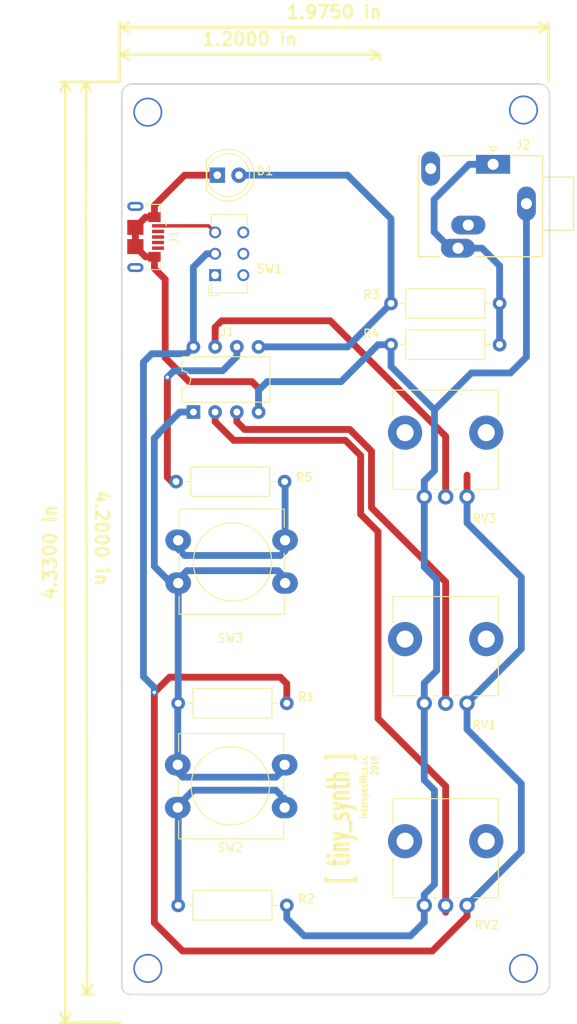
<source format=kicad_pcb>
(kicad_pcb (version 20171130) (host pcbnew "(5.0.0)")

  (general
    (thickness 1.6)
    (drawings 14)
    (tracks 168)
    (zones 0)
    (modules 15)
    (nets 17)
  )

  (page A4)
  (layers
    (0 F.Cu signal)
    (31 B.Cu signal)
    (32 B.Adhes user)
    (33 F.Adhes user)
    (34 B.Paste user)
    (35 F.Paste user)
    (36 B.SilkS user)
    (37 F.SilkS user)
    (38 B.Mask user)
    (39 F.Mask user)
    (40 Dwgs.User user)
    (41 Cmts.User user)
    (42 Eco1.User user)
    (43 Eco2.User user)
    (44 Edge.Cuts user)
    (45 Margin user)
    (46 B.CrtYd user)
    (47 F.CrtYd user)
    (48 B.Fab user)
    (49 F.Fab user)
  )

  (setup
    (last_trace_width 0.8)
    (trace_clearance 0.2)
    (zone_clearance 0.508)
    (zone_45_only no)
    (trace_min 0.2)
    (segment_width 0.2)
    (edge_width 0.15)
    (via_size 0.8)
    (via_drill 0.4)
    (via_min_size 0.4)
    (via_min_drill 0.3)
    (uvia_size 0.3)
    (uvia_drill 0.1)
    (uvias_allowed no)
    (uvia_min_size 0.2)
    (uvia_min_drill 0.1)
    (pcb_text_width 0.3)
    (pcb_text_size 1.5 1.5)
    (mod_edge_width 0.15)
    (mod_text_size 1 1)
    (mod_text_width 0.15)
    (pad_size 1.524 1.524)
    (pad_drill 0.762)
    (pad_to_mask_clearance 0.2)
    (aux_axis_origin 0 0)
    (visible_elements 7FFFFFFF)
    (pcbplotparams
      (layerselection 0x010fc_ffffffff)
      (usegerberextensions false)
      (usegerberattributes false)
      (usegerberadvancedattributes false)
      (creategerberjobfile false)
      (excludeedgelayer true)
      (linewidth 0.100000)
      (plotframeref false)
      (viasonmask false)
      (mode 1)
      (useauxorigin false)
      (hpglpennumber 1)
      (hpglpenspeed 20)
      (hpglpendiameter 15.000000)
      (psnegative false)
      (psa4output false)
      (plotreference true)
      (plotvalue true)
      (plotinvisibletext false)
      (padsonsilk false)
      (subtractmaskfromsilk false)
      (outputformat 1)
      (mirror false)
      (drillshape 1)
      (scaleselection 1)
      (outputdirectory ""))
  )

  (net 0 "")
  (net 1 GND)
  (net 2 P5)
  (net 3 "Net-(J1-Pad2)")
  (net 4 "Net-(J1-Pad1)")
  (net 5 "Net-(J1-Pad4)")
  (net 6 "Net-(J1-Pad3)")
  (net 7 P1)
  (net 8 V_IN)
  (net 9 "Net-(R2-Pad1)")
  (net 10 "Net-(J2-PadR)")
  (net 11 "Net-(R5-Pad1)")
  (net 12 P6)
  (net 13 "Net-(RV1-Pad2)")
  (net 14 "Net-(RV2-Pad2)")
  (net 15 "Net-(RV3-Pad2)")
  (net 16 "Net-(SW1-Pad1)")

  (net_class Default "Esta es la clase de red por defecto."
    (clearance 0.2)
    (trace_width 0.8)
    (via_dia 0.8)
    (via_drill 0.4)
    (uvia_dia 0.3)
    (uvia_drill 0.1)
    (add_net GND)
    (add_net "Net-(J1-Pad2)")
    (add_net "Net-(J1-Pad3)")
    (add_net "Net-(J1-Pad4)")
    (add_net "Net-(J2-PadR)")
    (add_net "Net-(R2-Pad1)")
    (add_net "Net-(R5-Pad1)")
    (add_net "Net-(RV1-Pad2)")
    (add_net "Net-(RV2-Pad2)")
    (add_net "Net-(RV3-Pad2)")
    (add_net "Net-(SW1-Pad1)")
    (add_net P1)
    (add_net P5)
    (add_net P6)
    (add_net V_IN)
  )

  (net_class vIN ""
    (clearance 0.2)
    (trace_width 0.4)
    (via_dia 0.8)
    (via_drill 0.4)
    (uvia_dia 0.3)
    (uvia_drill 0.1)
    (add_net "Net-(J1-Pad1)")
  )

  (module teensy:StereoJack_3.5mm_Switch_Ledino_KB3SPRS_Horizontal_TRS (layer F.Cu) (tedit 5C5AE528) (tstamp 5C683BE5)
    (at 164.338 47.752 180)
    (descr https://www.reichelt.de/index.html?ACTION=7&LA=3&OPEN=0&INDEX=0&FILENAME=C160%252FKB3SPRS.pdf)
    (tags "jack stereo TRS")
    (path /5C2FAF40)
    (fp_text reference J2 (at -3.5 2.3 180) (layer F.SilkS)
      (effects (font (size 1 1) (thickness 0.15)))
    )
    (fp_text value AudioJack3_Ground (at 2.3 -12.2 180) (layer F.Fab)
      (effects (font (size 1 1) (thickness 0.15)))
    )
    (fp_circle (center 0.1 -1.75) (end 0.4 -1.55) (layer F.Fab) (width 0.12))
    (fp_line (start 9.1 2) (end 9.1 -11.4) (layer F.CrtYd) (width 0.05))
    (fp_line (start -9.8 -11.4) (end -9.8 2) (layer F.CrtYd) (width 0.05))
    (fp_line (start -9.4 -1.5) (end -5.8 -1.5) (layer F.SilkS) (width 0.15))
    (fp_line (start -9.4 -7.7) (end -9.4 -1.5) (layer F.SilkS) (width 0.15))
    (fp_line (start -5.8 -7.7) (end -9.4 -7.7) (layer F.SilkS) (width 0.15))
    (fp_line (start -5.8 1) (end -5.8 -10.8) (layer F.SilkS) (width 0.15))
    (fp_line (start -2.25 1) (end -5.8 1) (layer F.SilkS) (width 0.15))
    (fp_line (start 6 1) (end 2.25 1) (layer F.SilkS) (width 0.15))
    (fp_line (start 8.7 1) (end 8.6 1) (layer F.SilkS) (width 0.15))
    (fp_line (start 8.7 -10.8) (end 8.7 1) (layer F.SilkS) (width 0.15))
    (fp_line (start 6.3 -10.8) (end 8.7 -10.8) (layer F.SilkS) (width 0.15))
    (fp_line (start -5.8 -10.8) (end 1.95 -10.8) (layer F.SilkS) (width 0.15))
    (fp_line (start 9.1 -11.4) (end -9.8 -11.4) (layer F.CrtYd) (width 0.05))
    (fp_line (start -9.8 2) (end 9.1 2) (layer F.CrtYd) (width 0.05))
    (fp_line (start 8.6 -10.7) (end -5.7 -10.7) (layer F.Fab) (width 0.1))
    (fp_line (start 8.6 0.9) (end 8.6 -10.7) (layer F.Fab) (width 0.1))
    (fp_line (start -5.7 0.9) (end 8.6 0.9) (layer F.Fab) (width 0.1))
    (fp_line (start -5.7 -10.7) (end -5.7 0.9) (layer F.Fab) (width 0.1))
    (fp_line (start -9.3 -7.6) (end -5.7 -7.6) (layer F.Fab) (width 0.1))
    (fp_line (start -9.3 -1.6) (end -5.7 -1.6) (layer F.Fab) (width 0.1))
    (fp_line (start -9.3 -7.6) (end -9.3 -1.6) (layer F.Fab) (width 0.1))
    (fp_line (start 0 1.5) (end -0.5 2.05) (layer F.SilkS) (width 0.12))
    (fp_line (start -0.5 2.05) (end 0.5 2.05) (layer F.SilkS) (width 0.12))
    (fp_line (start 0.5 2.05) (end 0 1.5) (layer F.SilkS) (width 0.12))
    (fp_text user %R (at 2.7 -4.6 180) (layer F.Fab)
      (effects (font (size 1 1) (thickness 0.15)))
    )
    (pad S thru_hole oval (at -3.9 -4.6 180) (size 2.2 4) (drill 1.3) (layers *.Cu *.Mask)
      (net 1 GND))
    (pad T thru_hole oval (at 4.1 -9.8 180) (size 4 2.2) (drill 1.3) (layers *.Cu *.Mask)
      (net 10 "Net-(J2-PadR)"))
    (pad 5 thru_hole oval (at 2.9 -7.1 180) (size 4 2.2) (drill 1.3) (layers *.Cu *.Mask))
    (pad 4 thru_hole oval (at 7.3 -0.5 270) (size 4 2.2) (drill 1.3) (layers *.Cu *.Mask))
    (pad R thru_hole rect (at 0 0 180) (size 4 2.2) (drill 1.3) (layers *.Cu *.Mask)
      (net 10 "Net-(J2-PadR)"))
    (model ${KISYS3DMOD}/Connector_Audio.3dshapes/StereoJack_3.5mm_Switch_Ledino_KB3SPRS_Horizontal.wrl
      (at (xyz 0 0 0))
      (scale (xyz 1 1 1))
      (rotate (xyz 0 0 0))
    )
  )

  (module LED_THT:LED_D5.0mm_FlatTop (layer F.Cu) (tedit 5880A862) (tstamp 5C683B9B)
    (at 132.08 49.022)
    (descr "LED, Round, FlatTop, diameter 5.0mm, 2 pins, http://www.kingbright.com/attachments/file/psearch/000/00/00/L-483GDT(Ver.15B).pdf")
    (tags "LED Round FlatTop diameter 5.0mm 2 pins")
    (path /5C2FABCA)
    (fp_text reference D1 (at 5.588 -0.508) (layer F.SilkS)
      (effects (font (size 1 1) (thickness 0.15)))
    )
    (fp_text value LED (at 6.096 1.27) (layer F.Fab)
      (effects (font (size 1 1) (thickness 0.15)))
    )
    (fp_arc (start 1.27 0) (end -1.23 -1.566046) (angle 295.9) (layer F.Fab) (width 0.1))
    (fp_arc (start 1.27 0) (end -1.29 -1.639512) (angle 147.4) (layer F.SilkS) (width 0.12))
    (fp_arc (start 1.27 0) (end -1.29 1.639512) (angle -147.4) (layer F.SilkS) (width 0.12))
    (fp_circle (center 1.27 0) (end 3.77 0) (layer F.Fab) (width 0.1))
    (fp_circle (center 1.27 0) (end 3.77 0) (layer F.SilkS) (width 0.12))
    (fp_line (start -1.23 -1.566046) (end -1.23 1.566046) (layer F.Fab) (width 0.1))
    (fp_line (start -1.29 -1.64) (end -1.29 1.64) (layer F.SilkS) (width 0.12))
    (fp_line (start -2 -3.3) (end -2 3.3) (layer F.CrtYd) (width 0.05))
    (fp_line (start -2 3.3) (end 4.55 3.3) (layer F.CrtYd) (width 0.05))
    (fp_line (start 4.55 3.3) (end 4.55 -3.3) (layer F.CrtYd) (width 0.05))
    (fp_line (start 4.55 -3.3) (end -2 -3.3) (layer F.CrtYd) (width 0.05))
    (pad 1 thru_hole rect (at 0 0) (size 1.8 1.8) (drill 0.9) (layers *.Cu *.Mask)
      (net 1 GND))
    (pad 2 thru_hole circle (at 2.54 0) (size 1.8 1.8) (drill 0.9) (layers *.Cu *.Mask)
      (net 2 P5))
    (model ${KISYS3DMOD}/LED_THT.3dshapes/LED_D5.0mm_FlatTop.wrl
      (at (xyz 0 0 0))
      (scale (xyz 1 1 1))
      (rotate (xyz 0 0 0))
    )
  )

  (module Connector_USB:USB_Micro-B_GCT_USB3076-30-A (layer F.Cu) (tedit 5A170D03) (tstamp 5C683BC2)
    (at 123.698 56.246 270)
    (descr "GCT Micro USB https://gct.co/files/drawings/usb3076.pdf")
    (tags "Micro-USB SMD Typ-B GCT")
    (path /5C2FAD2D)
    (attr smd)
    (fp_text reference J1 (at 0 -3.3 270) (layer F.SilkS)
      (effects (font (size 1 1) (thickness 0.15)))
    )
    (fp_text value USB_B_Micro (at 0 5.2 270) (layer F.Fab)
      (effects (font (size 1 1) (thickness 0.15)))
    )
    (fp_line (start -4.6 4.45) (end 4.6 4.45) (layer F.CrtYd) (width 0.05))
    (fp_line (start 4.6 -2.65) (end 4.6 4.45) (layer F.CrtYd) (width 0.05))
    (fp_line (start -4.6 -2.65) (end 4.6 -2.65) (layer F.CrtYd) (width 0.05))
    (fp_line (start -4.6 4.45) (end -4.6 -2.65) (layer F.CrtYd) (width 0.05))
    (fp_text user "PCB Edge" (at 0 2.65 270) (layer Dwgs.User)
      (effects (font (size 0.5 0.5) (thickness 0.08)))
    )
    (fp_line (start -3.81 -1.71) (end -3.15 -1.71) (layer F.SilkS) (width 0.12))
    (fp_line (start -3.81 0.02) (end -3.81 -1.71) (layer F.SilkS) (width 0.12))
    (fp_line (start 3.81 2.59) (end 3.81 2.38) (layer F.SilkS) (width 0.12))
    (fp_line (start 3.7 3.95) (end 3.7 -1.6) (layer F.Fab) (width 0.1))
    (fp_line (start -3 2.65) (end 3 2.65) (layer F.Fab) (width 0.1))
    (fp_line (start -3.7 3.95) (end 3.7 3.95) (layer F.Fab) (width 0.1))
    (fp_line (start -3.7 -1.6) (end 3.7 -1.6) (layer F.Fab) (width 0.1))
    (fp_line (start -3.7 3.95) (end -3.7 -1.6) (layer F.Fab) (width 0.1))
    (fp_line (start -3.81 2.59) (end -3.81 2.38) (layer F.SilkS) (width 0.12))
    (fp_line (start 3.81 0.02) (end 3.81 -1.71) (layer F.SilkS) (width 0.12))
    (fp_line (start 3.81 -1.71) (end 3.16 -1.71) (layer F.SilkS) (width 0.12))
    (fp_text user %R (at 0 0.85 270) (layer F.Fab)
      (effects (font (size 1 1) (thickness 0.15)))
    )
    (fp_line (start -1.76 -2.41) (end -1.31 -2.41) (layer F.SilkS) (width 0.12))
    (fp_line (start -1.76 -2.41) (end -1.76 -2.02) (layer F.SilkS) (width 0.12))
    (fp_line (start -1.3 -1.75) (end -1.5 -1.95) (layer F.Fab) (width 0.1))
    (fp_line (start -1.1 -1.95) (end -1.3 -1.75) (layer F.Fab) (width 0.1))
    (fp_line (start -1.5 -2.16) (end -1.1 -2.16) (layer F.Fab) (width 0.1))
    (fp_line (start -1.5 -2.16) (end -1.5 -1.95) (layer F.Fab) (width 0.1))
    (fp_line (start -1.1 -2.16) (end -1.1 -1.95) (layer F.Fab) (width 0.1))
    (pad 6 smd rect (at 1.125 1.2 270) (size 1.75 1.9) (layers F.Cu F.Paste F.Mask)
      (net 1 GND))
    (pad 2 smd rect (at -0.65 -1.45 270) (size 0.4 1.4) (layers F.Cu F.Paste F.Mask)
      (net 3 "Net-(J1-Pad2)"))
    (pad 1 smd rect (at -1.3 -1.45 270) (size 0.4 1.4) (layers F.Cu F.Paste F.Mask)
      (net 4 "Net-(J1-Pad1)"))
    (pad 5 smd rect (at 1.3 -1.45 270) (size 0.4 1.4) (layers F.Cu F.Paste F.Mask)
      (net 1 GND))
    (pad 4 smd rect (at 0.65 -1.45 270) (size 0.4 1.4) (layers F.Cu F.Paste F.Mask)
      (net 5 "Net-(J1-Pad4)"))
    (pad 3 smd rect (at 0 -1.45 270) (size 0.4 1.4) (layers F.Cu F.Paste F.Mask)
      (net 6 "Net-(J1-Pad3)"))
    (pad 6 smd rect (at -1.125 1.2 270) (size 1.75 1.9) (layers F.Cu F.Paste F.Mask)
      (net 1 GND))
    (pad 6 thru_hole oval (at -3.575 1.2 90) (size 1.05 1.9) (drill oval 0.45 1.25) (layers *.Cu *.Mask)
      (net 1 GND))
    (pad 6 thru_hole oval (at 3.575 1.2 270) (size 1.05 1.9) (drill oval 0.45 1.25) (layers *.Cu *.Mask)
      (net 1 GND))
    (pad 6 smd rect (at 2.32 -1.03 270) (size 1.15 1.45) (layers F.Cu F.Paste F.Mask)
      (net 1 GND))
    (pad 6 smd rect (at -2.32 -1.03 270) (size 1.15 1.45) (layers F.Cu F.Paste F.Mask)
      (net 1 GND))
    (model ${KISYS3DMOD}/Connector_USB.3dshapes/USB_Micro-B_GCT_USB3076-30-A.wrl
      (at (xyz 0 0 0))
      (scale (xyz 1 1 1))
      (rotate (xyz 0 0 0))
    )
  )

  (module Resistor_THT:R_Axial_DIN0309_L9.0mm_D3.2mm_P12.70mm_Horizontal (layer F.Cu) (tedit 5AE5139B) (tstamp 5C683BFC)
    (at 140.208 110.744 180)
    (descr "Resistor, Axial_DIN0309 series, Axial, Horizontal, pin pitch=12.7mm, 0.5W = 1/2W, length*diameter=9*3.2mm^2, http://cdn-reichelt.de/documents/datenblatt/B400/1_4W%23YAG.pdf")
    (tags "Resistor Axial_DIN0309 series Axial Horizontal pin pitch 12.7mm 0.5W = 1/2W length 9mm diameter 3.2mm")
    (path /5C2FA407)
    (fp_text reference R1 (at -2.286 0.762 180) (layer F.SilkS)
      (effects (font (size 1 1) (thickness 0.15)))
    )
    (fp_text value 47K (at -2.54 -0.762 180) (layer F.Fab)
      (effects (font (size 1 1) (thickness 0.15)))
    )
    (fp_line (start 1.85 -1.6) (end 1.85 1.6) (layer F.Fab) (width 0.1))
    (fp_line (start 1.85 1.6) (end 10.85 1.6) (layer F.Fab) (width 0.1))
    (fp_line (start 10.85 1.6) (end 10.85 -1.6) (layer F.Fab) (width 0.1))
    (fp_line (start 10.85 -1.6) (end 1.85 -1.6) (layer F.Fab) (width 0.1))
    (fp_line (start 0 0) (end 1.85 0) (layer F.Fab) (width 0.1))
    (fp_line (start 12.7 0) (end 10.85 0) (layer F.Fab) (width 0.1))
    (fp_line (start 1.73 -1.72) (end 1.73 1.72) (layer F.SilkS) (width 0.12))
    (fp_line (start 1.73 1.72) (end 10.97 1.72) (layer F.SilkS) (width 0.12))
    (fp_line (start 10.97 1.72) (end 10.97 -1.72) (layer F.SilkS) (width 0.12))
    (fp_line (start 10.97 -1.72) (end 1.73 -1.72) (layer F.SilkS) (width 0.12))
    (fp_line (start 1.04 0) (end 1.73 0) (layer F.SilkS) (width 0.12))
    (fp_line (start 11.66 0) (end 10.97 0) (layer F.SilkS) (width 0.12))
    (fp_line (start -1.05 -1.85) (end -1.05 1.85) (layer F.CrtYd) (width 0.05))
    (fp_line (start -1.05 1.85) (end 13.75 1.85) (layer F.CrtYd) (width 0.05))
    (fp_line (start 13.75 1.85) (end 13.75 -1.85) (layer F.CrtYd) (width 0.05))
    (fp_line (start 13.75 -1.85) (end -1.05 -1.85) (layer F.CrtYd) (width 0.05))
    (fp_text user %R (at 6.35 0 180) (layer F.Fab)
      (effects (font (size 1 1) (thickness 0.15)))
    )
    (pad 1 thru_hole circle (at 0 0 180) (size 1.6 1.6) (drill 0.8) (layers *.Cu *.Mask)
      (net 8 V_IN))
    (pad 2 thru_hole oval (at 12.7 0 180) (size 1.6 1.6) (drill 0.8) (layers *.Cu *.Mask)
      (net 7 P1))
    (model ${KISYS3DMOD}/Resistor_THT.3dshapes/R_Axial_DIN0309_L9.0mm_D3.2mm_P12.70mm_Horizontal.wrl
      (at (xyz 0 0 0))
      (scale (xyz 1 1 1))
      (rotate (xyz 0 0 0))
    )
  )

  (module Resistor_THT:R_Axial_DIN0309_L9.0mm_D3.2mm_P12.70mm_Horizontal (layer F.Cu) (tedit 5AE5139B) (tstamp 5C683C13)
    (at 127.508 134.366)
    (descr "Resistor, Axial_DIN0309 series, Axial, Horizontal, pin pitch=12.7mm, 0.5W = 1/2W, length*diameter=9*3.2mm^2, http://cdn-reichelt.de/documents/datenblatt/B400/1_4W%23YAG.pdf")
    (tags "Resistor Axial_DIN0309 series Axial Horizontal pin pitch 12.7mm 0.5W = 1/2W length 9mm diameter 3.2mm")
    (path /5C2FA3D3)
    (fp_text reference R2 (at 14.986 -0.762) (layer F.SilkS)
      (effects (font (size 1 1) (thickness 0.15)))
    )
    (fp_text value 47K (at 15.24 1.016) (layer F.Fab)
      (effects (font (size 1 1) (thickness 0.15)))
    )
    (fp_line (start 1.85 -1.6) (end 1.85 1.6) (layer F.Fab) (width 0.1))
    (fp_line (start 1.85 1.6) (end 10.85 1.6) (layer F.Fab) (width 0.1))
    (fp_line (start 10.85 1.6) (end 10.85 -1.6) (layer F.Fab) (width 0.1))
    (fp_line (start 10.85 -1.6) (end 1.85 -1.6) (layer F.Fab) (width 0.1))
    (fp_line (start 0 0) (end 1.85 0) (layer F.Fab) (width 0.1))
    (fp_line (start 12.7 0) (end 10.85 0) (layer F.Fab) (width 0.1))
    (fp_line (start 1.73 -1.72) (end 1.73 1.72) (layer F.SilkS) (width 0.12))
    (fp_line (start 1.73 1.72) (end 10.97 1.72) (layer F.SilkS) (width 0.12))
    (fp_line (start 10.97 1.72) (end 10.97 -1.72) (layer F.SilkS) (width 0.12))
    (fp_line (start 10.97 -1.72) (end 1.73 -1.72) (layer F.SilkS) (width 0.12))
    (fp_line (start 1.04 0) (end 1.73 0) (layer F.SilkS) (width 0.12))
    (fp_line (start 11.66 0) (end 10.97 0) (layer F.SilkS) (width 0.12))
    (fp_line (start -1.05 -1.85) (end -1.05 1.85) (layer F.CrtYd) (width 0.05))
    (fp_line (start -1.05 1.85) (end 13.75 1.85) (layer F.CrtYd) (width 0.05))
    (fp_line (start 13.75 1.85) (end 13.75 -1.85) (layer F.CrtYd) (width 0.05))
    (fp_line (start 13.75 -1.85) (end -1.05 -1.85) (layer F.CrtYd) (width 0.05))
    (fp_text user %R (at 6.35 0) (layer F.Fab)
      (effects (font (size 1 1) (thickness 0.15)))
    )
    (pad 1 thru_hole circle (at 0 0) (size 1.6 1.6) (drill 0.8) (layers *.Cu *.Mask)
      (net 9 "Net-(R2-Pad1)"))
    (pad 2 thru_hole oval (at 12.7 0) (size 1.6 1.6) (drill 0.8) (layers *.Cu *.Mask)
      (net 1 GND))
    (model ${KISYS3DMOD}/Resistor_THT.3dshapes/R_Axial_DIN0309_L9.0mm_D3.2mm_P12.70mm_Horizontal.wrl
      (at (xyz 0 0 0))
      (scale (xyz 1 1 1))
      (rotate (xyz 0 0 0))
    )
  )

  (module Resistor_THT:R_Axial_DIN0309_L9.0mm_D3.2mm_P12.70mm_Horizontal (layer F.Cu) (tedit 5AE5139B) (tstamp 5C683C2A)
    (at 152.4 64.008)
    (descr "Resistor, Axial_DIN0309 series, Axial, Horizontal, pin pitch=12.7mm, 0.5W = 1/2W, length*diameter=9*3.2mm^2, http://cdn-reichelt.de/documents/datenblatt/B400/1_4W%23YAG.pdf")
    (tags "Resistor Axial_DIN0309 series Axial Horizontal pin pitch 12.7mm 0.5W = 1/2W length 9mm diameter 3.2mm")
    (path /5C2FA491)
    (fp_text reference R3 (at -2.286 -1.016) (layer F.SilkS)
      (effects (font (size 1 1) (thickness 0.15)))
    )
    (fp_text value 2.2K (at -2.794 0.762) (layer F.Fab)
      (effects (font (size 1 1) (thickness 0.15)))
    )
    (fp_line (start 1.85 -1.6) (end 1.85 1.6) (layer F.Fab) (width 0.1))
    (fp_line (start 1.85 1.6) (end 10.85 1.6) (layer F.Fab) (width 0.1))
    (fp_line (start 10.85 1.6) (end 10.85 -1.6) (layer F.Fab) (width 0.1))
    (fp_line (start 10.85 -1.6) (end 1.85 -1.6) (layer F.Fab) (width 0.1))
    (fp_line (start 0 0) (end 1.85 0) (layer F.Fab) (width 0.1))
    (fp_line (start 12.7 0) (end 10.85 0) (layer F.Fab) (width 0.1))
    (fp_line (start 1.73 -1.72) (end 1.73 1.72) (layer F.SilkS) (width 0.12))
    (fp_line (start 1.73 1.72) (end 10.97 1.72) (layer F.SilkS) (width 0.12))
    (fp_line (start 10.97 1.72) (end 10.97 -1.72) (layer F.SilkS) (width 0.12))
    (fp_line (start 10.97 -1.72) (end 1.73 -1.72) (layer F.SilkS) (width 0.12))
    (fp_line (start 1.04 0) (end 1.73 0) (layer F.SilkS) (width 0.12))
    (fp_line (start 11.66 0) (end 10.97 0) (layer F.SilkS) (width 0.12))
    (fp_line (start -1.05 -1.85) (end -1.05 1.85) (layer F.CrtYd) (width 0.05))
    (fp_line (start -1.05 1.85) (end 13.75 1.85) (layer F.CrtYd) (width 0.05))
    (fp_line (start 13.75 1.85) (end 13.75 -1.85) (layer F.CrtYd) (width 0.05))
    (fp_line (start 13.75 -1.85) (end -1.05 -1.85) (layer F.CrtYd) (width 0.05))
    (fp_text user %R (at 6.35 0) (layer F.Fab)
      (effects (font (size 1 1) (thickness 0.15)))
    )
    (pad 1 thru_hole circle (at 0 0) (size 1.6 1.6) (drill 0.8) (layers *.Cu *.Mask)
      (net 2 P5))
    (pad 2 thru_hole oval (at 12.7 0) (size 1.6 1.6) (drill 0.8) (layers *.Cu *.Mask)
      (net 10 "Net-(J2-PadR)"))
    (model ${KISYS3DMOD}/Resistor_THT.3dshapes/R_Axial_DIN0309_L9.0mm_D3.2mm_P12.70mm_Horizontal.wrl
      (at (xyz 0 0 0))
      (scale (xyz 1 1 1))
      (rotate (xyz 0 0 0))
    )
  )

  (module Resistor_THT:R_Axial_DIN0309_L9.0mm_D3.2mm_P12.70mm_Horizontal (layer F.Cu) (tedit 5AE5139B) (tstamp 5C683C41)
    (at 165.1 68.834 180)
    (descr "Resistor, Axial_DIN0309 series, Axial, Horizontal, pin pitch=12.7mm, 0.5W = 1/2W, length*diameter=9*3.2mm^2, http://cdn-reichelt.de/documents/datenblatt/B400/1_4W%23YAG.pdf")
    (tags "Resistor Axial_DIN0309 series Axial Horizontal pin pitch 12.7mm 0.5W = 1/2W length 9mm diameter 3.2mm")
    (path /5C2FA4C5)
    (fp_text reference R4 (at 14.986 1.27 180) (layer F.SilkS)
      (effects (font (size 1 1) (thickness 0.15)))
    )
    (fp_text value 4.7K (at 15.494 -0.508 180) (layer F.Fab)
      (effects (font (size 1 1) (thickness 0.15)))
    )
    (fp_line (start 1.85 -1.6) (end 1.85 1.6) (layer F.Fab) (width 0.1))
    (fp_line (start 1.85 1.6) (end 10.85 1.6) (layer F.Fab) (width 0.1))
    (fp_line (start 10.85 1.6) (end 10.85 -1.6) (layer F.Fab) (width 0.1))
    (fp_line (start 10.85 -1.6) (end 1.85 -1.6) (layer F.Fab) (width 0.1))
    (fp_line (start 0 0) (end 1.85 0) (layer F.Fab) (width 0.1))
    (fp_line (start 12.7 0) (end 10.85 0) (layer F.Fab) (width 0.1))
    (fp_line (start 1.73 -1.72) (end 1.73 1.72) (layer F.SilkS) (width 0.12))
    (fp_line (start 1.73 1.72) (end 10.97 1.72) (layer F.SilkS) (width 0.12))
    (fp_line (start 10.97 1.72) (end 10.97 -1.72) (layer F.SilkS) (width 0.12))
    (fp_line (start 10.97 -1.72) (end 1.73 -1.72) (layer F.SilkS) (width 0.12))
    (fp_line (start 1.04 0) (end 1.73 0) (layer F.SilkS) (width 0.12))
    (fp_line (start 11.66 0) (end 10.97 0) (layer F.SilkS) (width 0.12))
    (fp_line (start -1.05 -1.85) (end -1.05 1.85) (layer F.CrtYd) (width 0.05))
    (fp_line (start -1.05 1.85) (end 13.75 1.85) (layer F.CrtYd) (width 0.05))
    (fp_line (start 13.75 1.85) (end 13.75 -1.85) (layer F.CrtYd) (width 0.05))
    (fp_line (start 13.75 -1.85) (end -1.05 -1.85) (layer F.CrtYd) (width 0.05))
    (fp_text user %R (at 6.35 0 180) (layer F.Fab)
      (effects (font (size 1 1) (thickness 0.15)))
    )
    (pad 1 thru_hole circle (at 0 0 180) (size 1.6 1.6) (drill 0.8) (layers *.Cu *.Mask)
      (net 10 "Net-(J2-PadR)"))
    (pad 2 thru_hole oval (at 12.7 0 180) (size 1.6 1.6) (drill 0.8) (layers *.Cu *.Mask)
      (net 1 GND))
    (model ${KISYS3DMOD}/Resistor_THT.3dshapes/R_Axial_DIN0309_L9.0mm_D3.2mm_P12.70mm_Horizontal.wrl
      (at (xyz 0 0 0))
      (scale (xyz 1 1 1))
      (rotate (xyz 0 0 0))
    )
  )

  (module Resistor_THT:R_Axial_DIN0309_L9.0mm_D3.2mm_P12.70mm_Horizontal (layer F.Cu) (tedit 5AE5139B) (tstamp 5C683C58)
    (at 139.954 84.836 180)
    (descr "Resistor, Axial_DIN0309 series, Axial, Horizontal, pin pitch=12.7mm, 0.5W = 1/2W, length*diameter=9*3.2mm^2, http://cdn-reichelt.de/documents/datenblatt/B400/1_4W%23YAG.pdf")
    (tags "Resistor Axial_DIN0309 series Axial Horizontal pin pitch 12.7mm 0.5W = 1/2W length 9mm diameter 3.2mm")
    (path /5C2FA44F)
    (fp_text reference R5 (at -2.286 0.508 180) (layer F.SilkS)
      (effects (font (size 1 1) (thickness 0.15)))
    )
    (fp_text value 47K (at -2.54 -1.016 180) (layer F.Fab)
      (effects (font (size 1 1) (thickness 0.15)))
    )
    (fp_text user %R (at 6.35 0 180) (layer F.Fab)
      (effects (font (size 1 1) (thickness 0.15)))
    )
    (fp_line (start 13.75 -1.85) (end -1.05 -1.85) (layer F.CrtYd) (width 0.05))
    (fp_line (start 13.75 1.85) (end 13.75 -1.85) (layer F.CrtYd) (width 0.05))
    (fp_line (start -1.05 1.85) (end 13.75 1.85) (layer F.CrtYd) (width 0.05))
    (fp_line (start -1.05 -1.85) (end -1.05 1.85) (layer F.CrtYd) (width 0.05))
    (fp_line (start 11.66 0) (end 10.97 0) (layer F.SilkS) (width 0.12))
    (fp_line (start 1.04 0) (end 1.73 0) (layer F.SilkS) (width 0.12))
    (fp_line (start 10.97 -1.72) (end 1.73 -1.72) (layer F.SilkS) (width 0.12))
    (fp_line (start 10.97 1.72) (end 10.97 -1.72) (layer F.SilkS) (width 0.12))
    (fp_line (start 1.73 1.72) (end 10.97 1.72) (layer F.SilkS) (width 0.12))
    (fp_line (start 1.73 -1.72) (end 1.73 1.72) (layer F.SilkS) (width 0.12))
    (fp_line (start 12.7 0) (end 10.85 0) (layer F.Fab) (width 0.1))
    (fp_line (start 0 0) (end 1.85 0) (layer F.Fab) (width 0.1))
    (fp_line (start 10.85 -1.6) (end 1.85 -1.6) (layer F.Fab) (width 0.1))
    (fp_line (start 10.85 1.6) (end 10.85 -1.6) (layer F.Fab) (width 0.1))
    (fp_line (start 1.85 1.6) (end 10.85 1.6) (layer F.Fab) (width 0.1))
    (fp_line (start 1.85 -1.6) (end 1.85 1.6) (layer F.Fab) (width 0.1))
    (pad 2 thru_hole oval (at 12.7 0 180) (size 1.6 1.6) (drill 0.8) (layers *.Cu *.Mask)
      (net 12 P6))
    (pad 1 thru_hole circle (at 0 0 180) (size 1.6 1.6) (drill 0.8) (layers *.Cu *.Mask)
      (net 11 "Net-(R5-Pad1)"))
    (model ${KISYS3DMOD}/Resistor_THT.3dshapes/R_Axial_DIN0309_L9.0mm_D3.2mm_P12.70mm_Horizontal.wrl
      (at (xyz 0 0 0))
      (scale (xyz 1 1 1))
      (rotate (xyz 0 0 0))
    )
  )

  (module Potentiometer_THT:Potentiometer_Alps_RK09L_Single_Vertical (layer F.Cu) (tedit 5A3D4993) (tstamp 5C683C74)
    (at 161.29 110.744 90)
    (descr "Potentiometer, vertical, Alps RK09L Single, http://www.alps.com/prod/info/E/HTML/Potentiometer/RotaryPotentiometers/RK09L/RK09L_list.html")
    (tags "Potentiometer vertical Alps RK09L Single")
    (path /5C2FA292)
    (fp_text reference RV1 (at -2.54 2.032 180) (layer F.SilkS)
      (effects (font (size 1 1) (thickness 0.15)))
    )
    (fp_text value 10K (at -4.064 2.032 180) (layer F.Fab)
      (effects (font (size 1 1) (thickness 0.15)))
    )
    (fp_circle (center 7.5 -2.5) (end 10.5 -2.5) (layer F.Fab) (width 0.1))
    (fp_line (start 1 -8.55) (end 1 3.55) (layer F.Fab) (width 0.1))
    (fp_line (start 1 3.55) (end 12.35 3.55) (layer F.Fab) (width 0.1))
    (fp_line (start 12.35 3.55) (end 12.35 -8.55) (layer F.Fab) (width 0.1))
    (fp_line (start 12.35 -8.55) (end 1 -8.55) (layer F.Fab) (width 0.1))
    (fp_line (start 0.88 -8.67) (end 5.546 -8.67) (layer F.SilkS) (width 0.12))
    (fp_line (start 9.455 -8.67) (end 12.47 -8.67) (layer F.SilkS) (width 0.12))
    (fp_line (start 0.88 3.67) (end 5.546 3.67) (layer F.SilkS) (width 0.12))
    (fp_line (start 9.455 3.67) (end 12.47 3.67) (layer F.SilkS) (width 0.12))
    (fp_line (start 0.88 -8.67) (end 0.88 -5.871) (layer F.SilkS) (width 0.12))
    (fp_line (start 0.88 -4.129) (end 0.88 -3.37) (layer F.SilkS) (width 0.12))
    (fp_line (start 0.88 -1.629) (end 0.88 -0.87) (layer F.SilkS) (width 0.12))
    (fp_line (start 0.88 0.87) (end 0.88 3.67) (layer F.SilkS) (width 0.12))
    (fp_line (start 12.47 -8.67) (end 12.47 3.67) (layer F.SilkS) (width 0.12))
    (fp_line (start -1.15 -9.5) (end -1.15 4.5) (layer F.CrtYd) (width 0.05))
    (fp_line (start -1.15 4.5) (end 12.6 4.5) (layer F.CrtYd) (width 0.05))
    (fp_line (start 12.6 4.5) (end 12.6 -9.5) (layer F.CrtYd) (width 0.05))
    (fp_line (start 12.6 -9.5) (end -1.15 -9.5) (layer F.CrtYd) (width 0.05))
    (fp_text user %R (at 2 -2.5 -180) (layer F.Fab)
      (effects (font (size 1 1) (thickness 0.15)))
    )
    (pad 3 thru_hole circle (at 0 -5 90) (size 1.8 1.8) (drill 1) (layers *.Cu *.Mask)
      (net 1 GND))
    (pad 2 thru_hole circle (at 0 -2.5 90) (size 1.8 1.8) (drill 1) (layers *.Cu *.Mask)
      (net 13 "Net-(RV1-Pad2)"))
    (pad 1 thru_hole circle (at 0 0 90) (size 1.8 1.8) (drill 1) (layers *.Cu *.Mask)
      (net 8 V_IN))
    (pad "" np_thru_hole circle (at 7.5 -7.25 90) (size 4 4) (drill 2) (layers *.Cu *.Mask))
    (pad "" np_thru_hole circle (at 7.5 2.25 90) (size 4 4) (drill 2) (layers *.Cu *.Mask))
    (model ${KISYS3DMOD}/Potentiometer_THT.3dshapes/Potentiometer_Alps_RK09L_Single_Vertical.wrl
      (at (xyz 0 0 0))
      (scale (xyz 1 1 1))
      (rotate (xyz 0 0 0))
    )
  )

  (module Potentiometer_THT:Potentiometer_Alps_RK09L_Single_Vertical (layer F.Cu) (tedit 5A3D4993) (tstamp 5C683C90)
    (at 161.29 134.366 90)
    (descr "Potentiometer, vertical, Alps RK09L Single, http://www.alps.com/prod/info/E/HTML/Potentiometer/RotaryPotentiometers/RK09L/RK09L_list.html")
    (tags "Potentiometer vertical Alps RK09L Single")
    (path /5C2FA24C)
    (fp_text reference RV2 (at -2.286 2.286 180) (layer F.SilkS)
      (effects (font (size 1 1) (thickness 0.15)))
    )
    (fp_text value 10K (at -3.81 2.286 180) (layer F.Fab)
      (effects (font (size 1 1) (thickness 0.15)))
    )
    (fp_text user %R (at 2 -2.5 -180) (layer F.Fab)
      (effects (font (size 1 1) (thickness 0.15)))
    )
    (fp_line (start 12.6 -9.5) (end -1.15 -9.5) (layer F.CrtYd) (width 0.05))
    (fp_line (start 12.6 4.5) (end 12.6 -9.5) (layer F.CrtYd) (width 0.05))
    (fp_line (start -1.15 4.5) (end 12.6 4.5) (layer F.CrtYd) (width 0.05))
    (fp_line (start -1.15 -9.5) (end -1.15 4.5) (layer F.CrtYd) (width 0.05))
    (fp_line (start 12.47 -8.67) (end 12.47 3.67) (layer F.SilkS) (width 0.12))
    (fp_line (start 0.88 0.87) (end 0.88 3.67) (layer F.SilkS) (width 0.12))
    (fp_line (start 0.88 -1.629) (end 0.88 -0.87) (layer F.SilkS) (width 0.12))
    (fp_line (start 0.88 -4.129) (end 0.88 -3.37) (layer F.SilkS) (width 0.12))
    (fp_line (start 0.88 -8.67) (end 0.88 -5.871) (layer F.SilkS) (width 0.12))
    (fp_line (start 9.455 3.67) (end 12.47 3.67) (layer F.SilkS) (width 0.12))
    (fp_line (start 0.88 3.67) (end 5.546 3.67) (layer F.SilkS) (width 0.12))
    (fp_line (start 9.455 -8.67) (end 12.47 -8.67) (layer F.SilkS) (width 0.12))
    (fp_line (start 0.88 -8.67) (end 5.546 -8.67) (layer F.SilkS) (width 0.12))
    (fp_line (start 12.35 -8.55) (end 1 -8.55) (layer F.Fab) (width 0.1))
    (fp_line (start 12.35 3.55) (end 12.35 -8.55) (layer F.Fab) (width 0.1))
    (fp_line (start 1 3.55) (end 12.35 3.55) (layer F.Fab) (width 0.1))
    (fp_line (start 1 -8.55) (end 1 3.55) (layer F.Fab) (width 0.1))
    (fp_circle (center 7.5 -2.5) (end 10.5 -2.5) (layer F.Fab) (width 0.1))
    (pad "" np_thru_hole circle (at 7.5 2.25 90) (size 4 4) (drill 2) (layers *.Cu *.Mask))
    (pad "" np_thru_hole circle (at 7.5 -7.25 90) (size 4 4) (drill 2) (layers *.Cu *.Mask))
    (pad 1 thru_hole circle (at 0 0 90) (size 1.8 1.8) (drill 1) (layers *.Cu *.Mask)
      (net 8 V_IN))
    (pad 2 thru_hole circle (at 0 -2.5 90) (size 1.8 1.8) (drill 1) (layers *.Cu *.Mask)
      (net 14 "Net-(RV2-Pad2)"))
    (pad 3 thru_hole circle (at 0 -5 90) (size 1.8 1.8) (drill 1) (layers *.Cu *.Mask)
      (net 1 GND))
    (model ${KISYS3DMOD}/Potentiometer_THT.3dshapes/Potentiometer_Alps_RK09L_Single_Vertical.wrl
      (at (xyz 0 0 0))
      (scale (xyz 1 1 1))
      (rotate (xyz 0 0 0))
    )
  )

  (module Potentiometer_THT:Potentiometer_Alps_RK09L_Single_Vertical (layer F.Cu) (tedit 5A3D4993) (tstamp 5C683CAC)
    (at 161.29 86.614 90)
    (descr "Potentiometer, vertical, Alps RK09L Single, http://www.alps.com/prod/info/E/HTML/Potentiometer/RotaryPotentiometers/RK09L/RK09L_list.html")
    (tags "Potentiometer vertical Alps RK09L Single")
    (path /5C2FA1C2)
    (fp_text reference RV3 (at -2.54 2.032 180) (layer F.SilkS)
      (effects (font (size 1 1) (thickness 0.15)))
    )
    (fp_text value 10K (at -4.318 2.286 180) (layer F.Fab)
      (effects (font (size 1 1) (thickness 0.15)))
    )
    (fp_circle (center 7.5 -2.5) (end 10.5 -2.5) (layer F.Fab) (width 0.1))
    (fp_line (start 1 -8.55) (end 1 3.55) (layer F.Fab) (width 0.1))
    (fp_line (start 1 3.55) (end 12.35 3.55) (layer F.Fab) (width 0.1))
    (fp_line (start 12.35 3.55) (end 12.35 -8.55) (layer F.Fab) (width 0.1))
    (fp_line (start 12.35 -8.55) (end 1 -8.55) (layer F.Fab) (width 0.1))
    (fp_line (start 0.88 -8.67) (end 5.546 -8.67) (layer F.SilkS) (width 0.12))
    (fp_line (start 9.455 -8.67) (end 12.47 -8.67) (layer F.SilkS) (width 0.12))
    (fp_line (start 0.88 3.67) (end 5.546 3.67) (layer F.SilkS) (width 0.12))
    (fp_line (start 9.455 3.67) (end 12.47 3.67) (layer F.SilkS) (width 0.12))
    (fp_line (start 0.88 -8.67) (end 0.88 -5.871) (layer F.SilkS) (width 0.12))
    (fp_line (start 0.88 -4.129) (end 0.88 -3.37) (layer F.SilkS) (width 0.12))
    (fp_line (start 0.88 -1.629) (end 0.88 -0.87) (layer F.SilkS) (width 0.12))
    (fp_line (start 0.88 0.87) (end 0.88 3.67) (layer F.SilkS) (width 0.12))
    (fp_line (start 12.47 -8.67) (end 12.47 3.67) (layer F.SilkS) (width 0.12))
    (fp_line (start -1.15 -9.5) (end -1.15 4.5) (layer F.CrtYd) (width 0.05))
    (fp_line (start -1.15 4.5) (end 12.6 4.5) (layer F.CrtYd) (width 0.05))
    (fp_line (start 12.6 4.5) (end 12.6 -9.5) (layer F.CrtYd) (width 0.05))
    (fp_line (start 12.6 -9.5) (end -1.15 -9.5) (layer F.CrtYd) (width 0.05))
    (fp_text user %R (at 2 -2.5 -180) (layer F.Fab)
      (effects (font (size 1 1) (thickness 0.15)))
    )
    (pad 3 thru_hole circle (at 0 -5 90) (size 1.8 1.8) (drill 1) (layers *.Cu *.Mask)
      (net 1 GND))
    (pad 2 thru_hole circle (at 0 -2.5 90) (size 1.8 1.8) (drill 1) (layers *.Cu *.Mask)
      (net 15 "Net-(RV3-Pad2)"))
    (pad 1 thru_hole circle (at 0 0 90) (size 1.8 1.8) (drill 1) (layers *.Cu *.Mask)
      (net 8 V_IN))
    (pad "" np_thru_hole circle (at 7.5 -7.25 90) (size 4 4) (drill 2) (layers *.Cu *.Mask))
    (pad "" np_thru_hole circle (at 7.5 2.25 90) (size 4 4) (drill 2) (layers *.Cu *.Mask))
    (model ${KISYS3DMOD}/Potentiometer_THT.3dshapes/Potentiometer_Alps_RK09L_Single_Vertical.wrl
      (at (xyz 0 0 0))
      (scale (xyz 1 1 1))
      (rotate (xyz 0 0 0))
    )
  )

  (module Button_Switch_THT:SW_CuK_JS202011CQN_DPDT_Straight (layer F.Cu) (tedit 5A02FE31) (tstamp 5C683CC8)
    (at 131.826 60.706 90)
    (descr "CuK sub miniature slide switch, JS series, DPDT, right angle, http://www.ckswitches.com/media/1422/js.pdf")
    (tags "switch DPDT")
    (path /5C2FAE53)
    (fp_text reference SW1 (at 0.762 6.35 180) (layer F.SilkS)
      (effects (font (size 1 1) (thickness 0.15)))
    )
    (fp_text value SW_SPDT (at -1.27 8.128 180) (layer F.Fab)
      (effects (font (size 1 1) (thickness 0.15)))
    )
    (fp_line (start -1 -0.35) (end -2 0.65) (layer F.Fab) (width 0.1))
    (fp_line (start -2.25 4.25) (end -2.25 -0.95) (layer F.CrtYd) (width 0.05))
    (fp_line (start 7.25 4.25) (end -2.25 4.25) (layer F.CrtYd) (width 0.05))
    (fp_line (start 7.25 -0.95) (end 7.25 4.25) (layer F.CrtYd) (width 0.05))
    (fp_line (start -2.25 -0.95) (end 7.25 -0.95) (layer F.CrtYd) (width 0.05))
    (fp_line (start -2.4 -0.75) (end -2.4 0.45) (layer F.SilkS) (width 0.12))
    (fp_line (start -1.2 -0.75) (end -2.4 -0.75) (layer F.SilkS) (width 0.12))
    (fp_line (start 7.1 3.75) (end 5.9 3.75) (layer F.SilkS) (width 0.12))
    (fp_line (start 7.1 -0.45) (end 7.1 3.75) (layer F.SilkS) (width 0.12))
    (fp_line (start 5.9 -0.45) (end 7.1 -0.45) (layer F.SilkS) (width 0.12))
    (fp_line (start -2.1 3.75) (end -0.9 3.75) (layer F.SilkS) (width 0.12))
    (fp_line (start -2.1 -0.45) (end -2.1 3.75) (layer F.SilkS) (width 0.12))
    (fp_line (start -0.9 -0.45) (end -2.1 -0.45) (layer F.SilkS) (width 0.12))
    (fp_text user %R (at 2 1.65 180) (layer F.Fab)
      (effects (font (size 1 1) (thickness 0.15)))
    )
    (fp_line (start -2 3.65) (end -2 0.65) (layer F.Fab) (width 0.1))
    (fp_line (start 7 3.65) (end -2 3.65) (layer F.Fab) (width 0.1))
    (fp_line (start 7 -0.35) (end 7 3.65) (layer F.Fab) (width 0.1))
    (fp_line (start -1 -0.35) (end 7 -0.35) (layer F.Fab) (width 0.1))
    (pad 1 thru_hole rect (at 0 0 90) (size 1.4 1.4) (drill 0.9) (layers *.Cu *.Mask)
      (net 16 "Net-(SW1-Pad1)"))
    (pad 2 thru_hole circle (at 2.5 0 90) (size 1.4 1.4) (drill 0.9) (layers *.Cu *.Mask)
      (net 8 V_IN))
    (pad 3 thru_hole circle (at 5 0 90) (size 1.4 1.4) (drill 0.9) (layers *.Cu *.Mask)
      (net 4 "Net-(J1-Pad1)"))
    (pad 4 thru_hole circle (at 0 3.3 90) (size 1.4 1.4) (drill 0.9) (layers *.Cu *.Mask))
    (pad 5 thru_hole circle (at 2.5 3.3 90) (size 1.4 1.4) (drill 0.9) (layers *.Cu *.Mask))
    (pad 6 thru_hole circle (at 5 3.3 90) (size 1.4 1.4) (drill 0.9) (layers *.Cu *.Mask))
    (model ${KISYS3DMOD}/Button_Switch_THT.3dshapes/SW_CuK_JS202011CQN_DPDT_Straight.wrl
      (at (xyz 0 0 0))
      (scale (xyz 1 1 1))
      (rotate (xyz 0 0 0))
    )
  )

  (module Button_Switch_THT:SW_PUSH-12mm_Wuerth-430476085716 (layer F.Cu) (tedit 5A02FE31) (tstamp 5C683CE2)
    (at 139.954 122.936 180)
    (descr "SW PUSH 12mm http://katalog.we-online.de/em/datasheet/430476085716.pdf")
    (tags "tact sw push 12mm")
    (path /5C2FA2FC)
    (fp_text reference SW2 (at 6.35 -4.66 180) (layer F.SilkS)
      (effects (font (size 1 1) (thickness 0.15)))
    )
    (fp_text value SW_Push (at 6.096 -6.096 180) (layer F.Fab)
      (effects (font (size 1 1) (thickness 0.15)))
    )
    (fp_circle (center 6.35 2.54) (end 10.92905 2.54) (layer F.SilkS) (width 0.12))
    (fp_line (start 0.25 -3.5) (end 0.25 8.5) (layer F.Fab) (width 0.1))
    (fp_line (start 0.25 8.5) (end 12.25 8.5) (layer F.Fab) (width 0.1))
    (fp_line (start 12.25 8.5) (end 12.25 -3.5) (layer F.Fab) (width 0.1))
    (fp_line (start 12.25 -3.5) (end 0.25 -3.5) (layer F.Fab) (width 0.1))
    (fp_line (start 0.1 -1.53) (end 0.1 -3.65) (layer F.SilkS) (width 0.12))
    (fp_line (start 0.1 -3.65) (end 12.4 -3.65) (layer F.SilkS) (width 0.12))
    (fp_line (start 12.4 -3.65) (end 12.4 -1.53) (layer F.SilkS) (width 0.12))
    (fp_line (start 12.4 1.53) (end 12.4 3.47) (layer F.SilkS) (width 0.12))
    (fp_line (start 12.4 6.53) (end 12.4 8.65) (layer F.SilkS) (width 0.12))
    (fp_line (start 12.4 8.65) (end 0.1 8.65) (layer F.SilkS) (width 0.12))
    (fp_line (start 0.1 8.65) (end 0.1 6.53) (layer F.SilkS) (width 0.12))
    (fp_line (start 0.1 3.47) (end 0.1 1.53) (layer F.SilkS) (width 0.12))
    (fp_line (start -1.75 -3.75) (end -1.75 8.75) (layer F.CrtYd) (width 0.05))
    (fp_line (start -1.75 8.75) (end 14.25 8.75) (layer F.CrtYd) (width 0.05))
    (fp_line (start 14.25 8.75) (end 14.25 -3.75) (layer F.CrtYd) (width 0.05))
    (fp_line (start 14.25 -3.75) (end -1.75 -3.75) (layer F.CrtYd) (width 0.05))
    (fp_text user %R (at 6.35 2.54 180) (layer F.Fab)
      (effects (font (size 1 1) (thickness 0.15)))
    )
    (pad 1 thru_hole oval (at 12.5 0 180) (size 3 2.5) (drill 1.2) (layers *.Cu *.Mask)
      (net 9 "Net-(R2-Pad1)"))
    (pad 2 thru_hole oval (at 12.5 5 180) (size 3 2.5) (drill 1.2) (layers *.Cu *.Mask)
      (net 7 P1))
    (pad 1 thru_hole oval (at 0 0 180) (size 3 2.5) (drill 1.2) (layers *.Cu *.Mask)
      (net 9 "Net-(R2-Pad1)"))
    (pad 2 thru_hole oval (at 0 5 180) (size 3 2.5) (drill 1.2) (layers *.Cu *.Mask)
      (net 7 P1))
    (model ${KISYS3DMOD}/Button_Switch_THT.3dshapes/SW_PUSH-12mm_Wuerth-430476085716.wrl
      (at (xyz 0 0 0))
      (scale (xyz 1 1 1))
      (rotate (xyz 0 0 0))
    )
  )

  (module Button_Switch_THT:SW_PUSH-12mm_Wuerth-430476085716 (layer F.Cu) (tedit 5A02FE31) (tstamp 5C683CFC)
    (at 127.508 91.694)
    (descr "SW PUSH 12mm http://katalog.we-online.de/em/datasheet/430476085716.pdf")
    (tags "tact sw push 12mm")
    (path /5C2FA374)
    (fp_text reference SW3 (at 6.096 11.43) (layer F.SilkS)
      (effects (font (size 1 1) (thickness 0.15)))
    )
    (fp_text value SW_Push (at 6.35 9.93) (layer F.Fab)
      (effects (font (size 1 1) (thickness 0.15)))
    )
    (fp_circle (center 6.35 2.54) (end 10.92905 2.54) (layer F.SilkS) (width 0.12))
    (fp_line (start 0.25 -3.5) (end 0.25 8.5) (layer F.Fab) (width 0.1))
    (fp_line (start 0.25 8.5) (end 12.25 8.5) (layer F.Fab) (width 0.1))
    (fp_line (start 12.25 8.5) (end 12.25 -3.5) (layer F.Fab) (width 0.1))
    (fp_line (start 12.25 -3.5) (end 0.25 -3.5) (layer F.Fab) (width 0.1))
    (fp_line (start 0.1 -1.53) (end 0.1 -3.65) (layer F.SilkS) (width 0.12))
    (fp_line (start 0.1 -3.65) (end 12.4 -3.65) (layer F.SilkS) (width 0.12))
    (fp_line (start 12.4 -3.65) (end 12.4 -1.53) (layer F.SilkS) (width 0.12))
    (fp_line (start 12.4 1.53) (end 12.4 3.47) (layer F.SilkS) (width 0.12))
    (fp_line (start 12.4 6.53) (end 12.4 8.65) (layer F.SilkS) (width 0.12))
    (fp_line (start 12.4 8.65) (end 0.1 8.65) (layer F.SilkS) (width 0.12))
    (fp_line (start 0.1 8.65) (end 0.1 6.53) (layer F.SilkS) (width 0.12))
    (fp_line (start 0.1 3.47) (end 0.1 1.53) (layer F.SilkS) (width 0.12))
    (fp_line (start -1.75 -3.75) (end -1.75 8.75) (layer F.CrtYd) (width 0.05))
    (fp_line (start -1.75 8.75) (end 14.25 8.75) (layer F.CrtYd) (width 0.05))
    (fp_line (start 14.25 8.75) (end 14.25 -3.75) (layer F.CrtYd) (width 0.05))
    (fp_line (start 14.25 -3.75) (end -1.75 -3.75) (layer F.CrtYd) (width 0.05))
    (fp_text user %R (at 6.35 2.54) (layer F.Fab)
      (effects (font (size 1 1) (thickness 0.15)))
    )
    (pad 1 thru_hole oval (at 12.5 0) (size 3 2.5) (drill 1.2) (layers *.Cu *.Mask)
      (net 11 "Net-(R5-Pad1)"))
    (pad 2 thru_hole oval (at 12.5 5) (size 3 2.5) (drill 1.2) (layers *.Cu *.Mask)
      (net 7 P1))
    (pad 1 thru_hole oval (at 0 0) (size 3 2.5) (drill 1.2) (layers *.Cu *.Mask)
      (net 11 "Net-(R5-Pad1)"))
    (pad 2 thru_hole oval (at 0 5) (size 3 2.5) (drill 1.2) (layers *.Cu *.Mask)
      (net 7 P1))
    (model ${KISYS3DMOD}/Button_Switch_THT.3dshapes/SW_PUSH-12mm_Wuerth-430476085716.wrl
      (at (xyz 0 0 0))
      (scale (xyz 1 1 1))
      (rotate (xyz 0 0 0))
    )
  )

  (module Package_DIP:DIP-8_W7.62mm (layer F.Cu) (tedit 5A02E8C5) (tstamp 5C683D18)
    (at 129.286 76.708 90)
    (descr "8-lead though-hole mounted DIP package, row spacing 7.62 mm (300 mils)")
    (tags "THT DIP DIL PDIP 2.54mm 7.62mm 300mil")
    (path /5C2FA126)
    (fp_text reference U1 (at 9.398 3.81 180) (layer F.SilkS)
      (effects (font (size 1 1) (thickness 0.15)))
    )
    (fp_text value ATtiny85-20PU (at -2.032 3.81 180) (layer F.Fab)
      (effects (font (size 1 1) (thickness 0.15)))
    )
    (fp_arc (start 3.81 -1.33) (end 2.81 -1.33) (angle -180) (layer F.SilkS) (width 0.12))
    (fp_line (start 1.635 -1.27) (end 6.985 -1.27) (layer F.Fab) (width 0.1))
    (fp_line (start 6.985 -1.27) (end 6.985 8.89) (layer F.Fab) (width 0.1))
    (fp_line (start 6.985 8.89) (end 0.635 8.89) (layer F.Fab) (width 0.1))
    (fp_line (start 0.635 8.89) (end 0.635 -0.27) (layer F.Fab) (width 0.1))
    (fp_line (start 0.635 -0.27) (end 1.635 -1.27) (layer F.Fab) (width 0.1))
    (fp_line (start 2.81 -1.33) (end 1.16 -1.33) (layer F.SilkS) (width 0.12))
    (fp_line (start 1.16 -1.33) (end 1.16 8.95) (layer F.SilkS) (width 0.12))
    (fp_line (start 1.16 8.95) (end 6.46 8.95) (layer F.SilkS) (width 0.12))
    (fp_line (start 6.46 8.95) (end 6.46 -1.33) (layer F.SilkS) (width 0.12))
    (fp_line (start 6.46 -1.33) (end 4.81 -1.33) (layer F.SilkS) (width 0.12))
    (fp_line (start -1.1 -1.55) (end -1.1 9.15) (layer F.CrtYd) (width 0.05))
    (fp_line (start -1.1 9.15) (end 8.7 9.15) (layer F.CrtYd) (width 0.05))
    (fp_line (start 8.7 9.15) (end 8.7 -1.55) (layer F.CrtYd) (width 0.05))
    (fp_line (start 8.7 -1.55) (end -1.1 -1.55) (layer F.CrtYd) (width 0.05))
    (fp_text user %R (at 3.81 3.81 180) (layer F.Fab)
      (effects (font (size 1 1) (thickness 0.15)))
    )
    (pad 1 thru_hole rect (at 0 0 90) (size 1.6 1.6) (drill 0.8) (layers *.Cu *.Mask)
      (net 7 P1))
    (pad 5 thru_hole oval (at 7.62 7.62 90) (size 1.6 1.6) (drill 0.8) (layers *.Cu *.Mask)
      (net 2 P5))
    (pad 2 thru_hole oval (at 0 2.54 90) (size 1.6 1.6) (drill 0.8) (layers *.Cu *.Mask)
      (net 14 "Net-(RV2-Pad2)"))
    (pad 6 thru_hole oval (at 7.62 5.08 90) (size 1.6 1.6) (drill 0.8) (layers *.Cu *.Mask)
      (net 12 P6))
    (pad 3 thru_hole oval (at 0 5.08 90) (size 1.6 1.6) (drill 0.8) (layers *.Cu *.Mask)
      (net 13 "Net-(RV1-Pad2)"))
    (pad 7 thru_hole oval (at 7.62 2.54 90) (size 1.6 1.6) (drill 0.8) (layers *.Cu *.Mask)
      (net 15 "Net-(RV3-Pad2)"))
    (pad 4 thru_hole oval (at 0 7.62 90) (size 1.6 1.6) (drill 0.8) (layers *.Cu *.Mask)
      (net 1 GND))
    (pad 8 thru_hole oval (at 7.62 0 90) (size 1.6 1.6) (drill 0.8) (layers *.Cu *.Mask)
      (net 8 V_IN))
    (model ${KISYS3DMOD}/Package_DIP.3dshapes/DIP-8_W7.62mm.wrl
      (at (xyz 0 0 0))
      (scale (xyz 1 1 1))
      (rotate (xyz 0 0 0))
    )
  )

  (gr_text "interspecifics.cc \n2019 " (at 149.86 116.332 90) (layer F.SilkS)
    (effects (font (size 0.8 0.6) (thickness 0.15)) (justify right))
  )
  (gr_text "[ tiny_synth ]" (at 146.304 124.206 90) (layer F.SilkS)
    (effects (font (size 2.5 1.5) (thickness 0.375)))
  )
  (gr_arc (start 169.709919 143.51) (end 169.672 144.78) (angle -80.06160025) (layer Edge.Cuts) (width 0.15))
  (gr_arc (start 121.92 143.764) (end 120.904 143.764) (angle -90) (layer Edge.Cuts) (width 0.15))
  (gr_arc (start 122.174 39.624) (end 122.174 38.354) (angle -90) (layer Edge.Cuts) (width 0.15))
  (gr_arc (start 169.672 39.624) (end 170.942 39.624) (angle -90) (layer Edge.Cuts) (width 0.15))
  (gr_line (start 120.904 143.764) (end 120.904 39.624) (layer Edge.Cuts) (width 0.2))
  (gr_line (start 169.672 144.78) (end 121.92 144.78) (layer Edge.Cuts) (width 0.2))
  (gr_line (start 170.942 39.624) (end 170.942 143.764) (layer Edge.Cuts) (width 0.2))
  (gr_line (start 122.174 38.354) (end 169.672 38.354) (layer Edge.Cuts) (width 0.2))
  (dimension 106.680076 (width 0.3) (layer F.SilkS)
    (gr_text "106.680 mm" (at 114.675532 91.443408 270.0682092) (layer F.SilkS) (tstamp 5C68CD2E)
      (effects (font (size 1.5 1.5) (thickness 0.3)))
    )
    (feature1 (pts (xy 117.602 144.78) (xy 116.25261 144.781606)))
    (feature2 (pts (xy 117.475 38.1) (xy 116.12561 38.101606)))
    (crossbar (pts (xy 116.712031 38.100908) (xy 116.839031 144.780908)))
    (arrow1a (pts (xy 116.839031 144.780908) (xy 116.25127 143.655103)))
    (arrow1b (pts (xy 116.839031 144.780908) (xy 117.42411 143.653707)))
    (arrow2a (pts (xy 116.712031 38.100908) (xy 116.126952 39.228109)))
    (arrow2b (pts (xy 116.712031 38.100908) (xy 117.299792 39.226713)))
  )
  (dimension 30.48 (width 0.3) (layer F.SilkS)
    (gr_text "30.480 mm" (at 135.89 37.025) (layer F.SilkS)
      (effects (font (size 1.5 1.5) (thickness 0.3)))
    )
    (feature1 (pts (xy 151.13 34.925) (xy 151.13 35.511421)))
    (feature2 (pts (xy 120.65 34.925) (xy 120.65 35.511421)))
    (crossbar (pts (xy 120.65 34.925) (xy 151.13 34.925)))
    (arrow1a (pts (xy 151.13 34.925) (xy 150.003496 35.511421)))
    (arrow1b (pts (xy 151.13 34.925) (xy 150.003496 34.338579)))
    (arrow2a (pts (xy 120.65 34.925) (xy 121.776504 35.511421)))
    (arrow2b (pts (xy 120.65 34.925) (xy 121.776504 34.338579)))
  )
  (dimension 50.165 (width 0.3) (layer F.SilkS)
    (gr_text "50.165 mm" (at 145.7325 29.65) (layer F.SilkS)
      (effects (font (size 1.5 1.5) (thickness 0.3)))
    )
    (feature1 (pts (xy 170.815 38.1) (xy 170.815 31.163579)))
    (feature2 (pts (xy 120.65 38.1) (xy 120.65 31.163579)))
    (crossbar (pts (xy 120.65 31.75) (xy 170.815 31.75)))
    (arrow1a (pts (xy 170.815 31.75) (xy 169.688496 32.336421)))
    (arrow1b (pts (xy 170.815 31.75) (xy 169.688496 31.163579)))
    (arrow2a (pts (xy 120.65 31.75) (xy 121.776504 32.336421)))
    (arrow2b (pts (xy 120.65 31.75) (xy 121.776504 31.163579)))
  )
  (dimension 109.982 (width 0.3) (layer F.SilkS)
    (gr_text "109.982 mm" (at 112.2 93.091 270) (layer F.SilkS) (tstamp 5C68CD3A)
      (effects (font (size 1.5 1.5) (thickness 0.3)))
    )
    (feature1 (pts (xy 120.65 148.082) (xy 113.713579 148.082)))
    (feature2 (pts (xy 120.65 38.1) (xy 113.713579 38.1)))
    (crossbar (pts (xy 114.3 38.1) (xy 114.3 148.082)))
    (arrow1a (pts (xy 114.3 148.082) (xy 113.713579 146.955496)))
    (arrow1b (pts (xy 114.3 148.082) (xy 114.886421 146.955496)))
    (arrow2a (pts (xy 114.3 38.1) (xy 113.713579 39.226504)))
    (arrow2b (pts (xy 114.3 38.1) (xy 114.886421 39.226504)))
  )

  (via (at 123.952 41.656) (size 3.4) (drill 3) (layers F.Cu B.Cu) (net 0))
  (via (at 167.894 41.402) (size 3.4) (drill 3) (layers F.Cu B.Cu) (net 0) (tstamp 5C68F80D))
  (via (at 167.894 141.732) (size 3.4) (drill 3) (layers F.Cu B.Cu) (net 0) (tstamp 5C68F80D))
  (via (at 123.952 141.732) (size 3.4) (drill 3) (layers F.Cu B.Cu) (net 0) (tstamp 5C68F80D))
  (segment (start 123.693 58.566) (end 122.498 57.371) (width 0.8) (layer F.Cu) (net 1))
  (segment (start 124.728 58.566) (end 123.693 58.566) (width 0.8) (layer F.Cu) (net 1))
  (segment (start 122.498 57.371) (end 122.498 55.121) (width 0.8) (layer F.Cu) (net 1))
  (segment (start 123.693 53.926) (end 124.728 53.926) (width 0.8) (layer F.Cu) (net 1))
  (segment (start 122.498 55.121) (end 123.693 53.926) (width 0.8) (layer F.Cu) (net 1))
  (segment (start 130.38 49.022) (end 132.08 49.022) (width 0.8) (layer F.Cu) (net 1))
  (segment (start 128.257 49.022) (end 130.38 49.022) (width 0.8) (layer F.Cu) (net 1))
  (segment (start 124.728 52.551) (end 128.257 49.022) (width 0.8) (layer F.Cu) (net 1))
  (segment (start 124.728 53.926) (end 124.728 52.551) (width 0.8) (layer F.Cu) (net 1))
  (segment (start 124.728 59.941) (end 125.984 61.197) (width 0.8) (layer F.Cu) (net 1))
  (segment (start 124.728 58.566) (end 124.728 59.941) (width 0.8) (layer F.Cu) (net 1))
  (segment (start 125.984 61.197) (end 125.984 70.358) (width 0.8) (layer F.Cu) (net 1))
  (segment (start 125.984 70.358) (end 128.778 73.152) (width 0.8) (layer F.Cu) (net 1))
  (segment (start 128.778 73.152) (end 136.144 73.152) (width 0.8) (layer F.Cu) (net 1))
  (segment (start 136.906 73.914) (end 136.906 76.708) (width 0.8) (layer F.Cu) (net 1))
  (segment (start 136.144 73.152) (end 136.906 73.914) (width 0.8) (layer F.Cu) (net 1))
  (segment (start 156.29 133.093208) (end 157.48 131.903208) (width 0.8) (layer B.Cu) (net 1))
  (segment (start 156.29 134.366) (end 156.29 133.093208) (width 0.8) (layer B.Cu) (net 1))
  (segment (start 157.48 131.903208) (end 157.48 120.904) (width 0.8) (layer B.Cu) (net 1))
  (segment (start 156.29 119.714) (end 157.48 120.904) (width 0.8) (layer B.Cu) (net 1))
  (segment (start 156.29 110.744) (end 156.29 119.714) (width 0.8) (layer B.Cu) (net 1))
  (segment (start 156.29 108.378) (end 156.29 110.744) (width 0.8) (layer B.Cu) (net 1))
  (segment (start 157.734 106.934) (end 156.29 108.378) (width 0.8) (layer B.Cu) (net 1))
  (segment (start 157.734 96.266) (end 157.734 106.934) (width 0.8) (layer B.Cu) (net 1))
  (segment (start 156.29 86.614) (end 156.29 94.822) (width 0.8) (layer B.Cu) (net 1))
  (segment (start 156.29 94.822) (end 157.734 96.266) (width 0.8) (layer B.Cu) (net 1))
  (segment (start 157.48 83.566) (end 157.48 76.454) (width 0.8) (layer B.Cu) (net 1))
  (segment (start 156.29 86.614) (end 156.29 84.756) (width 0.8) (layer B.Cu) (net 1))
  (segment (start 156.29 134.366) (end 156.29 136.318) (width 0.8) (layer B.Cu) (net 1))
  (segment (start 156.29 136.318) (end 154.686 137.922) (width 0.8) (layer B.Cu) (net 1))
  (segment (start 154.686 137.922) (end 142.24 137.922) (width 0.8) (layer B.Cu) (net 1))
  (segment (start 140.208 135.89) (end 142.24 137.922) (width 0.8) (layer B.Cu) (net 1))
  (segment (start 140.208 134.366) (end 140.208 135.89) (width 0.8) (layer B.Cu) (net 1))
  (segment (start 156.972 84.074) (end 157.48 83.566) (width 0.8) (layer B.Cu) (net 1))
  (segment (start 156.29 84.756) (end 156.972 84.074) (width 0.8) (layer B.Cu) (net 1))
  (segment (start 136.906 76.708) (end 136.906 74.168) (width 0.8) (layer B.Cu) (net 1))
  (segment (start 136.906 74.168) (end 137.922 73.152) (width 0.8) (layer B.Cu) (net 1))
  (segment (start 150.876 68.834) (end 146.558 73.152) (width 0.8) (layer B.Cu) (net 1))
  (segment (start 152.4 68.834) (end 150.876 68.834) (width 0.8) (layer B.Cu) (net 1))
  (segment (start 137.922 73.152) (end 146.558 73.152) (width 0.8) (layer B.Cu) (net 1))
  (segment (start 166.37 72.136) (end 161.798 72.136) (width 0.8) (layer B.Cu) (net 1))
  (segment (start 168.238 70.268) (end 166.37 72.136) (width 0.8) (layer B.Cu) (net 1))
  (segment (start 168.238 52.352) (end 168.238 70.268) (width 0.8) (layer B.Cu) (net 1))
  (segment (start 152.4 71.374) (end 152.4 68.834) (width 0.8) (layer B.Cu) (net 1))
  (segment (start 157.48 76.454) (end 152.4 71.374) (width 0.8) (layer B.Cu) (net 1))
  (segment (start 161.798 72.136) (end 157.48 76.454) (width 0.8) (layer B.Cu) (net 1))
  (segment (start 147.32 69.088) (end 152.4 64.008) (width 0.8) (layer B.Cu) (net 2))
  (segment (start 136.906 69.088) (end 147.32 69.088) (width 0.8) (layer B.Cu) (net 2))
  (segment (start 152.4 64.008) (end 152.4 54.102) (width 0.8) (layer B.Cu) (net 2))
  (segment (start 152.4 54.102) (end 147.32 49.022) (width 0.8) (layer B.Cu) (net 2))
  (segment (start 147.32 49.022) (end 134.62 49.022) (width 0.8) (layer B.Cu) (net 2))
  (segment (start 131.066 54.946) (end 131.826 55.706) (width 0.4) (layer F.Cu) (net 4))
  (segment (start 125.148 54.946) (end 131.066 54.946) (width 0.4) (layer F.Cu) (net 4))
  (segment (start 127.454 110.798) (end 127.508 110.744) (width 0.8) (layer B.Cu) (net 7))
  (segment (start 127.454 117.936) (end 127.454 110.798) (width 0.8) (layer B.Cu) (net 7))
  (segment (start 127.508 109.61263) (end 127.508 96.694) (width 0.8) (layer B.Cu) (net 7))
  (segment (start 127.508 110.744) (end 127.508 109.61263) (width 0.8) (layer B.Cu) (net 7))
  (segment (start 127.454 118.818) (end 127.454 117.936) (width 0.8) (layer B.Cu) (net 7))
  (segment (start 128.016 119.38) (end 127.454 118.818) (width 0.8) (layer B.Cu) (net 7))
  (segment (start 138.938 119.38) (end 128.016 119.38) (width 0.8) (layer B.Cu) (net 7))
  (segment (start 139.954 117.936) (end 139.954 118.364) (width 0.8) (layer B.Cu) (net 7))
  (segment (start 139.954 118.364) (end 138.938 119.38) (width 0.8) (layer B.Cu) (net 7))
  (segment (start 127.508 96.266) (end 127.508 96.694) (width 0.8) (layer B.Cu) (net 7))
  (segment (start 128.524 95.25) (end 127.508 96.266) (width 0.8) (layer B.Cu) (net 7))
  (segment (start 139.192 95.25) (end 128.524 95.25) (width 0.8) (layer B.Cu) (net 7))
  (segment (start 140.008 96.694) (end 140.008 96.066) (width 0.8) (layer B.Cu) (net 7))
  (segment (start 140.008 96.066) (end 139.192 95.25) (width 0.8) (layer B.Cu) (net 7))
  (segment (start 129.286 76.708) (end 127.686 76.708) (width 0.8) (layer B.Cu) (net 7))
  (segment (start 127.686 76.708) (end 125.222 79.172) (width 0.8) (layer B.Cu) (net 7))
  (segment (start 125.222 79.172) (end 125.222 79.248) (width 0.8) (layer B.Cu) (net 7))
  (segment (start 126.666 96.694) (end 127.508 96.694) (width 0.8) (layer B.Cu) (net 7))
  (segment (start 125.222 79.248) (end 124.714 79.756) (width 0.8) (layer B.Cu) (net 7))
  (segment (start 124.714 79.756) (end 124.714 94.742) (width 0.8) (layer B.Cu) (net 7))
  (segment (start 124.714 94.742) (end 126.666 96.694) (width 0.8) (layer B.Cu) (net 7))
  (segment (start 167.64 104.394) (end 161.29 110.744) (width 0.8) (layer B.Cu) (net 8))
  (segment (start 161.29 112.016792) (end 161.29 110.744) (width 0.8) (layer B.Cu) (net 8))
  (segment (start 161.29 113.792) (end 161.29 112.016792) (width 0.8) (layer B.Cu) (net 8))
  (segment (start 167.64 120.142) (end 161.29 113.792) (width 0.8) (layer B.Cu) (net 8))
  (segment (start 161.29 134.366) (end 167.64 128.016) (width 0.8) (layer B.Cu) (net 8))
  (segment (start 167.64 128.016) (end 167.64 120.142) (width 0.8) (layer B.Cu) (net 8))
  (segment (start 129.286 67.95663) (end 129.286 69.088) (width 0.8) (layer B.Cu) (net 8))
  (segment (start 129.286 59.756051) (end 129.286 67.95663) (width 0.8) (layer B.Cu) (net 8))
  (segment (start 130.836051 58.206) (end 129.286 59.756051) (width 0.8) (layer B.Cu) (net 8))
  (segment (start 131.826 58.206) (end 130.836051 58.206) (width 0.8) (layer B.Cu) (net 8))
  (segment (start 161.29 86.614) (end 161.29 84.074) (width 0.8) (layer F.Cu) (net 8))
  (segment (start 161.29 89.662) (end 167.64 96.012) (width 0.8) (layer B.Cu) (net 8))
  (segment (start 161.29 86.614) (end 161.29 89.662) (width 0.8) (layer B.Cu) (net 8))
  (segment (start 167.64 96.012) (end 167.64 104.394) (width 0.8) (layer B.Cu) (net 8))
  (segment (start 139.446 107.696) (end 140.208 108.458) (width 0.8) (layer F.Cu) (net 8))
  (segment (start 126.492 107.696) (end 139.446 107.696) (width 0.8) (layer F.Cu) (net 8))
  (segment (start 161.29 135.638792) (end 157.228792 139.7) (width 0.8) (layer F.Cu) (net 8))
  (segment (start 161.29 134.366) (end 161.29 135.638792) (width 0.8) (layer F.Cu) (net 8))
  (segment (start 157.228792 139.7) (end 128.016 139.7) (width 0.8) (layer F.Cu) (net 8))
  (segment (start 140.208 108.458) (end 140.208 110.744) (width 0.8) (layer F.Cu) (net 8))
  (segment (start 128.016 139.7) (end 124.714 136.398) (width 0.8) (layer F.Cu) (net 8))
  (segment (start 124.714 136.398) (end 124.714 109.474) (width 0.8) (layer F.Cu) (net 8))
  (segment (start 124.714 109.474) (end 126.492 107.696) (width 0.8) (layer F.Cu) (net 8))
  (segment (start 124.714 109.474) (end 124.714 109.474) (width 0.8) (layer F.Cu) (net 8) (tstamp 5C692CAF))
  (via (at 124.714 109.474) (size 0.8) (drill 0.4) (layers F.Cu B.Cu) (net 8))
  (segment (start 128.486001 69.887999) (end 129.286 69.088) (width 0.8) (layer B.Cu) (net 8))
  (segment (start 124.422001 69.887999) (end 128.486001 69.887999) (width 0.8) (layer B.Cu) (net 8))
  (segment (start 123.444 70.866) (end 124.422001 69.887999) (width 0.8) (layer B.Cu) (net 8))
  (segment (start 123.444 107.638315) (end 123.444 70.866) (width 0.8) (layer B.Cu) (net 8))
  (segment (start 124.714 108.908315) (end 123.444 107.638315) (width 0.8) (layer B.Cu) (net 8))
  (segment (start 124.714 109.474) (end 124.714 108.908315) (width 0.8) (layer B.Cu) (net 8))
  (segment (start 127.508 122.99) (end 127.454 122.936) (width 0.8) (layer B.Cu) (net 9))
  (segment (start 127.508 134.366) (end 127.508 122.99) (width 0.8) (layer B.Cu) (net 9))
  (segment (start 127.454 122.936) (end 127.454 122.736) (width 0.8) (layer B.Cu) (net 9))
  (segment (start 127.454 122.736) (end 129.032 121.158) (width 0.8) (layer B.Cu) (net 9))
  (segment (start 129.032 121.158) (end 129.286 120.904) (width 0.8) (layer B.Cu) (net 9))
  (segment (start 139.954 122.936) (end 139.954 121.92) (width 0.8) (layer B.Cu) (net 9))
  (segment (start 138.938 120.904) (end 135.382 120.904) (width 0.8) (layer B.Cu) (net 9))
  (segment (start 139.954 121.92) (end 138.938 120.904) (width 0.8) (layer B.Cu) (net 9))
  (segment (start 129.286 120.904) (end 135.382 120.904) (width 0.8) (layer B.Cu) (net 9))
  (segment (start 135.382 120.904) (end 135.89 120.904) (width 0.8) (layer B.Cu) (net 9))
  (segment (start 159.338 57.552) (end 160.238 57.552) (width 0.8) (layer B.Cu) (net 10))
  (segment (start 164.338 47.752) (end 161.538 47.752) (width 0.8) (layer B.Cu) (net 10))
  (segment (start 161.538 47.752) (end 161.036 48.254) (width 0.8) (layer B.Cu) (net 10))
  (segment (start 161.036 48.254) (end 161.036 48.26) (width 0.8) (layer B.Cu) (net 10))
  (segment (start 161.036 48.26) (end 157.438 51.858) (width 0.8) (layer B.Cu) (net 10))
  (segment (start 157.438 51.858) (end 157.438 55.652) (width 0.8) (layer B.Cu) (net 10))
  (segment (start 157.438 55.652) (end 159.338 57.552) (width 0.8) (layer B.Cu) (net 10))
  (segment (start 163.038 57.552) (end 165.1 59.614) (width 0.8) (layer B.Cu) (net 10))
  (segment (start 160.238 57.552) (end 163.038 57.552) (width 0.8) (layer B.Cu) (net 10))
  (segment (start 165.1 59.614) (end 165.1 64.008) (width 0.8) (layer B.Cu) (net 10))
  (segment (start 165.1 64.008) (end 165.1 68.834) (width 0.8) (layer B.Cu) (net 10))
  (segment (start 140.008 85.036) (end 140.208 84.836) (width 0.8) (layer B.Cu) (net 11))
  (segment (start 140.008 91.694) (end 140.008 85.036) (width 0.8) (layer B.Cu) (net 11))
  (segment (start 127.508 92.71) (end 127.508 91.694) (width 0.8) (layer B.Cu) (net 11))
  (segment (start 128.27 93.472) (end 127.508 92.71) (width 0.8) (layer B.Cu) (net 11))
  (segment (start 139.446 93.472) (end 128.27 93.472) (width 0.8) (layer B.Cu) (net 11))
  (segment (start 140.008 91.694) (end 140.008 92.91) (width 0.8) (layer B.Cu) (net 11))
  (segment (start 140.008 92.91) (end 139.446 93.472) (width 0.8) (layer B.Cu) (net 11))
  (via (at 126.238 72.644) (size 0.8) (drill 0.4) (layers F.Cu B.Cu) (net 12))
  (segment (start 127.254 84.836) (end 126.746 84.836) (width 0.8) (layer F.Cu) (net 12))
  (segment (start 126.238 84.328) (end 126.238 72.644) (width 0.8) (layer F.Cu) (net 12))
  (segment (start 126.746 84.836) (end 126.238 84.328) (width 0.8) (layer F.Cu) (net 12))
  (segment (start 134.366 70.21937) (end 134.366 69.088) (width 0.8) (layer B.Cu) (net 12))
  (segment (start 132.70337 71.882) (end 134.366 70.21937) (width 0.8) (layer B.Cu) (net 12))
  (segment (start 126.238 72.644) (end 127 71.882) (width 0.8) (layer B.Cu) (net 12))
  (segment (start 127 71.882) (end 132.70337 71.882) (width 0.8) (layer B.Cu) (net 12))
  (segment (start 158.79 97.576) (end 158.79 110.744) (width 0.8) (layer F.Cu) (net 13))
  (segment (start 158.79 96.56) (end 158.79 97.576) (width 0.8) (layer F.Cu) (net 13))
  (segment (start 134.366 76.708) (end 134.366 77.83937) (width 0.8) (layer F.Cu) (net 13))
  (segment (start 135.26663 78.74) (end 147.574 78.74) (width 0.8) (layer F.Cu) (net 13))
  (segment (start 134.366 77.83937) (end 135.26663 78.74) (width 0.8) (layer F.Cu) (net 13))
  (segment (start 147.574 78.74) (end 150.114 81.28) (width 0.8) (layer F.Cu) (net 13))
  (segment (start 150.114 81.28) (end 150.114 87.884) (width 0.8) (layer F.Cu) (net 13))
  (segment (start 150.114 87.884) (end 158.79 96.56) (width 0.8) (layer F.Cu) (net 13))
  (segment (start 131.826 77.83937) (end 133.99663 80.01) (width 0.8) (layer F.Cu) (net 14))
  (segment (start 131.826 76.708) (end 131.826 77.83937) (width 0.8) (layer F.Cu) (net 14))
  (segment (start 133.99663 80.01) (end 147.066 80.01) (width 0.8) (layer F.Cu) (net 14))
  (segment (start 147.066 80.01) (end 148.844 81.788) (width 0.8) (layer F.Cu) (net 14))
  (segment (start 148.844 81.788) (end 148.844 88.646) (width 0.8) (layer F.Cu) (net 14))
  (segment (start 148.844 88.646) (end 150.876 90.678) (width 0.8) (layer F.Cu) (net 14))
  (segment (start 150.876 90.678) (end 150.876 95.758) (width 0.8) (layer F.Cu) (net 14))
  (segment (start 150.876 95.758) (end 150.876 112.522) (width 0.8) (layer F.Cu) (net 14))
  (segment (start 158.79 120.436) (end 158.79 135.168) (width 0.8) (layer F.Cu) (net 14))
  (segment (start 150.876 112.522) (end 158.79 120.436) (width 0.8) (layer F.Cu) (net 14))
  (segment (start 158.79 79.542) (end 158.79 86.614) (width 0.8) (layer F.Cu) (net 15))
  (segment (start 145.288 66.04) (end 158.79 79.542) (width 0.8) (layer F.Cu) (net 15))
  (segment (start 132.588 66.04) (end 145.288 66.04) (width 0.8) (layer F.Cu) (net 15))
  (segment (start 131.826 69.088) (end 131.826 66.802) (width 0.8) (layer F.Cu) (net 15))
  (segment (start 131.826 66.802) (end 132.588 66.04) (width 0.8) (layer F.Cu) (net 15))

)

</source>
